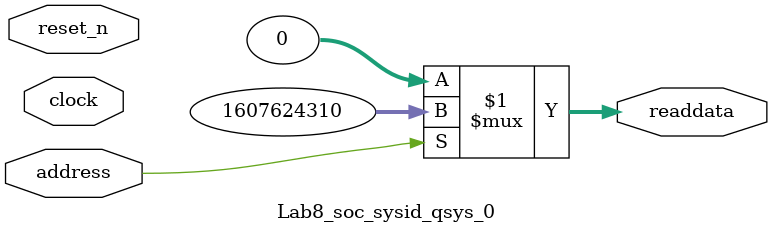
<source format=v>



// synthesis translate_off
`timescale 1ns / 1ps
// synthesis translate_on

// turn off superfluous verilog processor warnings 
// altera message_level Level1 
// altera message_off 10034 10035 10036 10037 10230 10240 10030 

module Lab8_soc_sysid_qsys_0 (
               // inputs:
                address,
                clock,
                reset_n,

               // outputs:
                readdata
             )
;

  output  [ 31: 0] readdata;
  input            address;
  input            clock;
  input            reset_n;

  wire    [ 31: 0] readdata;
  //control_slave, which is an e_avalon_slave
  assign readdata = address ? 1607624310 : 0;

endmodule



</source>
